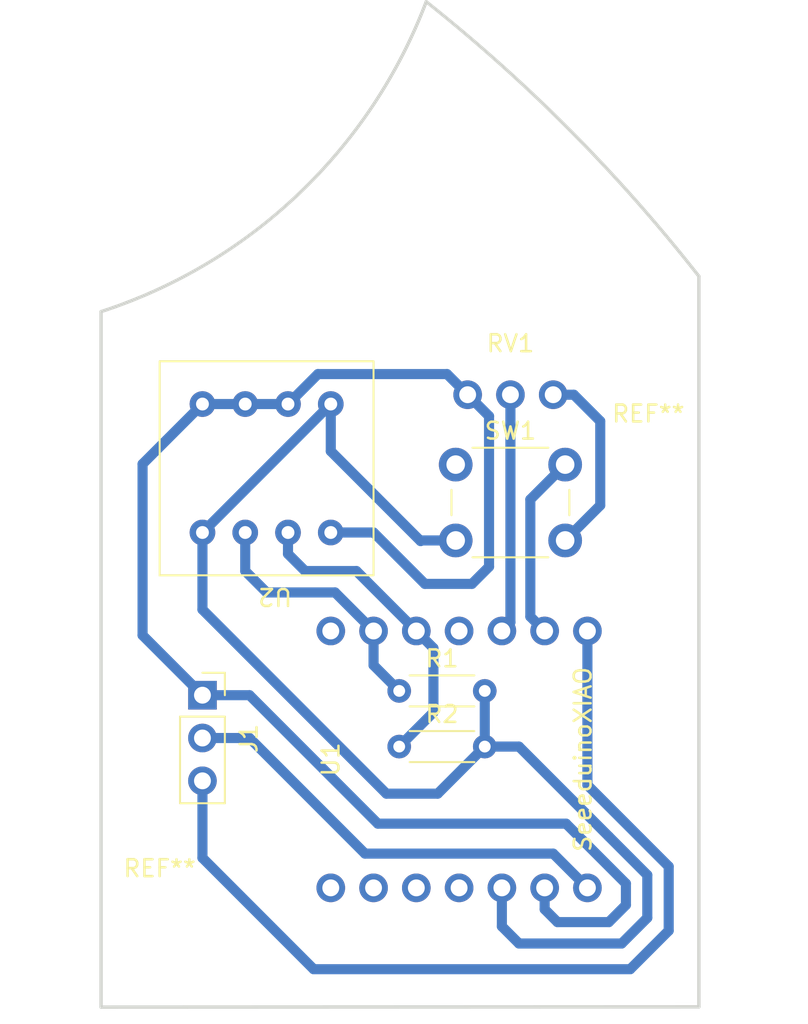
<source format=kicad_pcb>
(kicad_pcb (version 20211014) (generator pcbnew)
  (layers (0 "F.Cu" signal) (31 "B.Cu" signal) (34 "B.Paste" user) (35 "F.Paste" user) (36 "B.SilkS" user "B.Silkscreen") (37 "F.SilkS" user "F.Silkscreen") (38 "B.Mask" user) (39 "F.Mask" user) (44 "Edge.Cuts" user))
  (net 0 "")
  (net 1 "GND")
  (net 2 "+5V")
  (net 3 "Data")
  (net 4 "SCL")
  (net 5 "+3V3")
  (net 6 "SDA")
  (net 7 "A1")
  (net 8 "A2")
  (footprint "MountingHole:MountingHole_3.2mm_M3" (layer "F.Cu") (at 170.434 100.33)
    (fp_text reference "REF**" (at 0 -4.2) (layer "F.SilkS"))
    (fp_text value "MountingHole_3.2mm_M3")
    (pad "" np_thru_hole circle (at 0 0) (size 3.2 3.2) (drill 3.2) (layers *.Cu *.Mask))
  )
  (footprint "Connector_PinSocket_2.54mm:PinSocket_1x03_P2.54mm_Vertical" (layer "F.Cu") (at 172.974 85.852)
    (fp_text reference "J1" (at 2.755 2.565 90) (layer "F.SilkS"))
    (fp_text value "Conn_01x03_Female")
    (fp_line (start 1.33 -1.33) (end 1.33 0) (layer "F.SilkS") (width 0.12))
    (fp_line (start -1.33 6.41) (end 1.33 6.41) (layer "F.SilkS") (width 0.12))
    (fp_line (start 1.33 1.27) (end 1.33 6.41) (layer "F.SilkS") (width 0.12))
    (fp_line (start -1.33 1.27) (end 1.33 1.27) (layer "F.SilkS") (width 0.12))
    (fp_line (start 0 -1.33) (end 1.33 -1.33) (layer "F.SilkS") (width 0.12))
    (fp_line (start -1.33 1.27) (end -1.33 6.41) (layer "F.SilkS") (width 0.12))
    (pad "1" thru_hole rect (at 0 0) (size 1.7 1.7) (drill 1) (layers *.Cu *.Mask) (net 1 "GND"))
    (pad "2" thru_hole oval (at 0 2.54) (size 1.7 1.7) (drill 1) (layers *.Cu *.Mask) (net 2 "+5V"))
    (pad "3" thru_hole oval (at 0 5.08) (size 1.7 1.7) (drill 1) (layers *.Cu *.Mask) (net 3 "Data"))
  )
  (footprint "MountingHole:MountingHole_3.2mm_M3" (layer "F.Cu") (at 199.453462 73.35506)
    (fp_text reference "REF**" (at 0 -4.2) (layer "F.SilkS"))
    (fp_text value "MountingHole_3.2mm_M3")
    (pad "" np_thru_hole circle (at 0 0) (size 3.2 3.2) (drill 3.2) (layers F&B.Cu *.Mask))
  )
  (footprint "Button_Switch_THT:SW_PUSH_6mm_H7.3mm" (layer "F.Cu") (at 188.012 72.172)
    (fp_text reference "SW1" (at 3.25 -2) (layer "F.SilkS"))
    (fp_text value "SW_Push")
    (fp_line (start -0.25 1.5) (end -0.25 3) (layer "F.SilkS") (width 0.12))
    (fp_line (start 6.75 3) (end 6.75 1.5) (layer "F.SilkS") (width 0.12))
    (fp_line (start 1 5.5) (end 5.5 5.5) (layer "F.SilkS") (width 0.12))
    (fp_line (start 5.5 -1) (end 1 -1) (layer "F.SilkS") (width 0.12))
    (pad "1" thru_hole circle (at 6.5 0 90) (size 2 2) (drill 1.1) (layers *.Cu *.Mask) (net 8 "A2"))
    (pad "1" thru_hole circle (at 0 0 90) (size 2 2) (drill 1.1) (layers *.Cu *.Mask) (net 8 "A2"))
    (pad "2" thru_hole circle (at 0 4.5 90) (size 2 2) (drill 1.1) (layers *.Cu *.Mask) (net 5 "+3V3"))
    (pad "2" thru_hole circle (at 6.5 4.5 90) (size 2 2) (drill 1.1) (layers *.Cu *.Mask) (net 5 "+3V3"))
  )
  (footprint "L3GD20H_v6:L3GD20H" (layer "F.Cu") (at 178.054 72.39 90)
    (fp_text reference "U2" (at -7.62 -0.762 180 unlocked) (layer "F.SilkS"))
    (fp_text value "L3GD20H_module")
    (fp_rect (start -6.35 -7.62) (end 6.35 5.08) (layer "F.SilkS") (width 0.12) (fill none))
    (pad "1" thru_hole circle (at -3.81 -5.08 90) (size 1.524 1.524) (drill 0.762) (layers *.Cu *.Mask) (net 5 "+3V3"))
    (pad "2" thru_hole circle (at -3.81 -2.54 90) (size 1.524 1.524) (drill 0.762) (layers *.Cu *.Mask) (net 4 "SCL"))
    (pad "3" thru_hole circle (at -3.81 0 90) (size 1.524 1.524) (drill 0.762) (layers *.Cu *.Mask) (net 6 "SDA"))
    (pad "4" thru_hole circle (at -3.81 2.54 90) (size 1.524 1.524) (drill 0.762) (layers *.Cu *.Mask) (net 1 "GND"))
    (pad "5" thru_hole circle (at 3.81 -5.08 90) (size 1.524 1.524) (drill 0.762) (layers *.Cu *.Mask) (net 1 "GND"))
    (pad "6" thru_hole circle (at 3.81 -2.54 90) (size 1.524 1.524) (drill 0.762) (layers *.Cu *.Mask) (net 1 "GND"))
    (pad "7" thru_hole circle (at 3.81 0 90) (size 1.524 1.524) (drill 0.762) (layers *.Cu *.Mask) (net 1 "GND"))
    (pad "8" thru_hole circle (at 3.81 2.54 90) (size 1.524 1.524) (drill 0.762) (layers *.Cu *.Mask) (net 5 "+3V3"))
  )
  (footprint "KiCad_Library:TA48033S" (layer "F.Cu") (at 191.262 65.486)
    (fp_text reference "RV1" (at 0 -0.5 unlocked) (layer "F.SilkS"))
    (fp_text value "R_Potentiometer_Trim_US")
    (pad "1" thru_hole circle (at -2.54 2.54) (size 1.7 1.7) (drill 1) (layers *.Cu *.Mask) (net 1 "GND"))
    (pad "2" thru_hole circle (at 2.54 2.54) (size 1.7 1.7) (drill 1) (layers *.Cu *.Mask) (net 5 "+3V3"))
    (pad "3" thru_hole circle (at 0 2.54) (size 1.7 1.7) (drill 1) (layers *.Cu *.Mask) (net 7 "A1"))
  )
  (footprint "Resistor_THT:R_Axial_DIN0204_L3.6mm_D1.6mm_P5.08mm_Horizontal" (layer "F.Cu") (at 184.658 88.9)
    (fp_text reference "R2" (at 2.54 -1.92) (layer "F.SilkS"))
    (fp_text value "R")
    (fp_line (start 0.62 0.92) (end 4.46 0.92) (layer "F.SilkS") (width 0.12))
    (fp_line (start 0.62 -0.92) (end 4.46 -0.92) (layer "F.SilkS") (width 0.12))
    (pad "1" thru_hole circle (at 0 0) (size 1.4 1.4) (drill 0.7) (layers *.Cu *.Mask) (net 6 "SDA"))
    (pad "2" thru_hole oval (at 5.08 0) (size 1.4 1.4) (drill 0.7) (layers *.Cu *.Mask) (net 5 "+3V3"))
  )
  (footprint "Resistor_THT:R_Axial_DIN0204_L3.6mm_D1.6mm_P5.08mm_Horizontal" (layer "F.Cu") (at 184.658 85.598)
    (fp_text reference "R1" (at 2.54 -1.92) (layer "F.SilkS"))
    (fp_text value "R")
    (fp_line (start 0.62 0.92) (end 4.46 0.92) (layer "F.SilkS") (width 0.12))
    (fp_line (start 0.62 -0.92) (end 4.46 -0.92) (layer "F.SilkS") (width 0.12))
    (pad "1" thru_hole circle (at 0 0) (size 1.4 1.4) (drill 0.7) (layers *.Cu *.Mask) (net 4 "SCL"))
    (pad "2" thru_hole oval (at 5.08 0) (size 1.4 1.4) (drill 0.7) (layers *.Cu *.Mask) (net 5 "+3V3"))
  )
  (footprint "KiCad_Library:seeeduinoXIAO" (layer "F.Cu") (at 188.214 89.662 90)
    (fp_text reference "U1" (at 0 -7.62 90) (layer "F.SilkS"))
    (fp_text value "SeeeduinoXIAO" (at 0 7.35 90) (layer "F.SilkS"))
    (pad "1" thru_hole circle (at 7.62 7.62 90) (size 1.7 1.7) (drill 1) (layers *.Cu *.Mask) (net 3 "Data"))
    (pad "2" thru_hole circle (at 7.62 5.08 90) (size 1.7 1.7) (drill 1) (layers *.Cu *.Mask) (net 8 "A2"))
    (pad "3" thru_hole circle (at 7.62 2.54 90) (size 1.7 1.7) (drill 1) (layers *.Cu *.Mask) (net 7 "A1"))
    (pad "4" thru_hole circle (at 7.62 0 90) (size 1.7 1.7) (drill 1) (layers *.Cu *.Mask))
    (pad "5" thru_hole circle (at 7.62 -2.54 90) (size 1.7 1.7) (drill 1) (layers *.Cu *.Mask) (net 6 "SDA"))
    (pad "6" thru_hole circle (at 7.62 -5.08 90) (size 1.7 1.7) (drill 1) (layers *.Cu *.Mask) (net 4 "SCL"))
    (pad "7" thru_hole circle (at 7.62 -7.62 90) (size 1.7 1.7) (drill 1) (layers *.Cu *.Mask))
    (pad "8" thru_hole circle (at -7.62 -7.62 90) (size 1.7 1.7) (drill 1) (layers *.Cu *.Mask))
    (pad "9" thru_hole circle (at -7.62 -5.08 90) (size 1.7 1.7) (drill 1) (layers *.Cu *.Mask))
    (pad "10" thru_hole circle (at -7.62 -2.54 90) (size 1.7 1.7) (drill 1) (layers *.Cu *.Mask))
    (pad "11" thru_hole circle (at -7.62 0 90) (size 1.7 1.7) (drill 1) (layers *.Cu *.Mask))
    (pad "12" thru_hole circle (at -7.62 2.54 90) (size 1.7 1.7) (drill 1) (layers *.Cu *.Mask) (net 5 "+3V3"))
    (pad "13" thru_hole circle (at -7.62 5.08 90) (size 1.7 1.7) (drill 1) (layers *.Cu *.Mask) (net 1 "GND"))
    (pad "14" thru_hole circle (at -7.62 7.62 90) (size 1.7 1.7) (drill 1) (layers *.Cu *.Mask) (net 2 "+5V"))
  )
  (gr_line (start 202.453463 60.99914) (end 202.453463 104.341788) (layer "Edge.Cuts") (width 0.2))
  (gr_arc (start 186.262335 44.709404) (mid 194.837612 52.377463) (end 202.453463 60.99914) (layer "Edge.Cuts") (width 0.2))
  (gr_line (start 166.953462 104.35506) (end 166.953462 63.096674) (layer "Edge.Cuts") (width 0.2))
  (gr_arc (start 186.262335 44.709404) (mid 178.7 56.1) (end 166.953462 63.096674) (layer "Edge.Cuts") (width 0.2))
  (gr_line (start 202.453463 104.341788) (end 166.953462 104.35506) (layer "Edge.Cuts") (width 0.2))
  (segment (start 183.134 76.2) (end 186.182 79.248) (width 0.6) (layer "B.Cu") (net 1))
  (segment (start 172.974 68.58) (end 178.054 68.58) (width 0.6) (layer "B.Cu") (net 1))
  (segment (start 198.12 98.298) (end 197.104 99.314) (width 0.6) (layer "B.Cu") (net 1))
  (segment (start 193.294 98.552) (end 193.294 97.282) (width 0.6) (layer "B.Cu") (net 1))
  (segment (start 188.976 79.248) (end 189.992 78.232) (width 0.6) (layer "B.Cu") (net 1))
  (segment (start 172.974 85.852) (end 175.768 85.852) (width 0.6) (layer "B.Cu") (net 1))
  (segment (start 189.992 69.296) (end 188.722 68.026) (width 0.6) (layer "B.Cu") (net 1))
  (segment (start 194.056 99.314) (end 193.294 98.552) (width 0.6) (layer "B.Cu") (net 1))
  (segment (start 194.564 93.472) (end 198.12 97.028) (width 0.6) (layer "B.Cu") (net 1))
  (segment (start 172.974 85.852) (end 169.418 82.296) (width 0.6) (layer "B.Cu") (net 1))
  (segment (start 197.104 99.314) (end 194.056 99.314) (width 0.6) (layer "B.Cu") (net 1))
  (segment (start 198.12 97.028) (end 198.12 98.298) (width 0.6) (layer "B.Cu") (net 1))
  (segment (start 175.768 85.852) (end 183.388 93.472) (width 0.6) (layer "B.Cu") (net 1))
  (segment (start 187.498 66.802) (end 188.722 68.026) (width 0.6) (layer "B.Cu") (net 1))
  (segment (start 179.832 66.802) (end 187.498 66.802) (width 0.6) (layer "B.Cu") (net 1))
  (segment (start 183.388 93.472) (end 194.564 93.472) (width 0.6) (layer "B.Cu") (net 1))
  (segment (start 169.418 82.296) (end 169.418 72.136) (width 0.6) (layer "B.Cu") (net 1))
  (segment (start 189.992 78.232) (end 189.992 69.296) (width 0.6) (layer "B.Cu") (net 1))
  (segment (start 180.594 76.2) (end 183.134 76.2) (width 0.6) (layer "B.Cu") (net 1))
  (segment (start 178.054 68.58) (end 179.832 66.802) (width 0.6) (layer "B.Cu") (net 1))
  (segment (start 186.182 79.248) (end 188.976 79.248) (width 0.6) (layer "B.Cu") (net 1))
  (segment (start 169.418 72.136) (end 172.974 68.58) (width 0.6) (layer "B.Cu") (net 1))
  (segment (start 175.768 88.392) (end 172.974 88.392) (width 0.6) (layer "B.Cu") (net 2))
  (segment (start 195.834 97.282) (end 193.802 95.25) (width 0.6) (layer "B.Cu") (net 2))
  (segment (start 193.802 95.25) (end 182.626 95.25) (width 0.6) (layer "B.Cu") (net 2))
  (segment (start 182.626 95.25) (end 175.768 88.392) (width 0.6) (layer "B.Cu") (net 2))
  (segment (start 172.974 90.932) (end 172.974 95.504) (width 0.6) (layer "B.Cu") (net 3))
  (segment (start 172.974 95.504) (end 179.578 102.108) (width 0.6) (layer "B.Cu") (net 3))
  (segment (start 195.834 91.186) (end 195.834 82.042) (width 0.6) (layer "B.Cu") (net 3))
  (segment (start 200.66 96.012) (end 195.834 91.186) (width 0.6) (layer "B.Cu") (net 3))
  (segment (start 198.374 102.108) (end 200.66 99.822) (width 0.6) (layer "B.Cu") (net 3))
  (segment (start 200.66 99.822) (end 200.66 96.012) (width 0.6) (layer "B.Cu") (net 3))
  (segment (start 179.578 102.108) (end 198.374 102.108) (width 0.6) (layer "B.Cu") (net 3))
  (segment (start 176.784 79.756) (end 180.848 79.756) (width 0.6) (layer "B.Cu") (net 4))
  (segment (start 175.514 76.2) (end 175.514 78.486) (width 0.6) (layer "B.Cu") (net 4))
  (segment (start 183.134 84.074) (end 184.658 85.598) (width 0.6) (layer "B.Cu") (net 4))
  (segment (start 183.134 82.042) (end 183.134 84.074) (width 0.6) (layer "B.Cu") (net 4))
  (segment (start 180.848 79.756) (end 183.134 82.042) (width 0.6) (layer "B.Cu") (net 4))
  (segment (start 175.514 78.486) (end 176.784 79.756) (width 0.6) (layer "B.Cu") (net 4))
  (segment (start 172.974 76.2) (end 172.974 80.772) (width 0.6) (layer "B.Cu") (net 5))
  (segment (start 180.594 71.374) (end 185.928 76.708) (width 0.6) (layer "B.Cu") (net 5))
  (segment (start 190.754 99.568) (end 191.77 100.584) (width 0.6) (layer "B.Cu") (net 5))
  (segment (start 196.596 74.588) (end 194.512 76.672) (width 0.6) (layer "B.Cu") (net 5))
  (segment (start 172.974 76.2) (end 180.594 68.58) (width 0.6) (layer "B.Cu") (net 5))
  (segment (start 180.594 68.58) (end 180.594 71.374) (width 0.6) (layer "B.Cu") (net 5))
  (segment (start 197.866 100.584) (end 199.39 99.06) (width 0.6) (layer "B.Cu") (net 5))
  (segment (start 196.596 69.596) (end 196.596 74.588) (width 0.6) (layer "B.Cu") (net 5))
  (segment (start 189.738 85.598) (end 189.738 88.9) (width 0.6) (layer "B.Cu") (net 5))
  (segment (start 199.39 96.52) (end 197.104 94.234) (width 0.6) (layer "B.Cu") (net 5))
  (segment (start 172.974 80.772) (end 183.896 91.694) (width 0.6) (layer "B.Cu") (net 5))
  (segment (start 185.928 76.708) (end 185.964 76.672) (width 0.6) (layer "B.Cu") (net 5))
  (segment (start 191.77 100.584) (end 197.866 100.584) (width 0.6) (layer "B.Cu") (net 5))
  (segment (start 186.944 91.694) (end 189.738 88.9) (width 0.6) (layer "B.Cu") (net 5))
  (segment (start 195.026 68.026) (end 196.596 69.596) (width 0.6) (layer "B.Cu") (net 5))
  (segment (start 183.896 91.694) (end 186.944 91.694) (width 0.6) (layer "B.Cu") (net 5))
  (segment (start 191.77 88.9) (end 189.738 88.9) (width 0.6) (layer "B.Cu") (net 5))
  (segment (start 197.104 94.234) (end 191.77 88.9) (width 0.6) (layer "B.Cu") (net 5))
  (segment (start 185.964 76.672) (end 188.012 76.672) (width 0.6) (layer "B.Cu") (net 5))
  (segment (start 193.802 68.026) (end 195.026 68.026) (width 0.6) (layer "B.Cu") (net 5))
  (segment (start 190.754 97.282) (end 190.754 99.568) (width 0.6) (layer "B.Cu") (net 5))
  (segment (start 199.39 99.06) (end 199.39 96.52) (width 0.6) (layer "B.Cu") (net 5))
  (segment (start 186.69 83.058) (end 185.674 82.042) (width 0.6) (layer "B.Cu") (net 6))
  (segment (start 178.054 77.47) (end 179.07 78.486) (width 0.6) (layer "B.Cu") (net 6))
  (segment (start 179.07 78.486) (end 182.118 78.486) (width 0.6) (layer "B.Cu") (net 6))
  (segment (start 178.054 76.2) (end 178.054 77.47) (width 0.6) (layer "B.Cu") (net 6))
  (segment (start 186.69 86.868) (end 186.69 83.058) (width 0.6) (layer "B.Cu") (net 6))
  (segment (start 182.118 78.486) (end 185.674 82.042) (width 0.6) (layer "B.Cu") (net 6))
  (segment (start 184.658 88.9) (end 186.69 86.868) (width 0.6) (layer "B.Cu") (net 6))
  (segment (start 191.262 81.534) (end 190.754 82.042) (width 0.6) (layer "B.Cu") (net 7))
  (segment (start 191.262 68.026) (end 191.262 81.534) (width 0.6) (layer "B.Cu") (net 7))
  (segment (start 192.444 74.24) (end 192.444 81.192) (width 0.6) (layer "B.Cu") (net 8))
  (segment (start 192.444 81.192) (end 193.294 82.042) (width 0.6) (layer "B.Cu") (net 8))
  (segment (start 194.512 72.172) (end 192.444 74.24) (width 0.6) (layer "B.Cu") (net 8))
)
</source>
